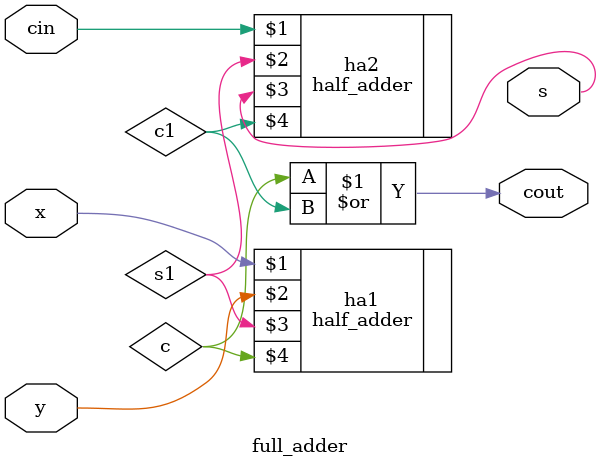
<source format=sv>
module full_adder(x,y,cin,s,cout);
    input x,y,cin;
    output s,cout;

    logic c,c1,s1;

    half_adder ha1(x,y,s1,c);
    half_adder ha2(cin,s1,s,c1);

    or(cout,c,c1);
endmodule

</source>
